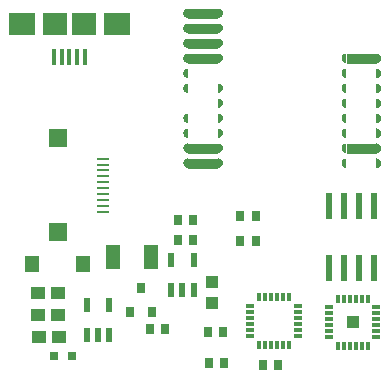
<source format=gtp>
G04 MADE WITH FRITZING*
G04 WWW.FRITZING.ORG*
G04 DOUBLE SIDED*
G04 HOLES PLATED*
G04 CONTOUR ON CENTER OF CONTOUR VECTOR*
%ASAXBY*%
%FSLAX23Y23*%
%MOIN*%
%OFA0B0*%
%SFA1.0B1.0*%
%ADD10R,0.024000X0.087000*%
%ADD11R,0.031496X0.011811*%
%ADD12R,0.011811X0.031496*%
%ADD13R,0.027559X0.035433*%
%ADD14R,0.021654X0.047244*%
%ADD15R,0.039370X0.043307*%
%ADD16R,0.031496X0.035433*%
%ADD17R,0.047244X0.078740*%
%ADD18R,0.050000X0.057874*%
%ADD19R,0.047244X0.043307*%
%ADD20R,0.031496X0.031496*%
%ADD21R,0.039370X0.039370*%
%ADD22R,0.015748X0.055118*%
%ADD23R,0.078740X0.074803*%
%ADD24R,0.086614X0.074803*%
%ADD25R,0.039370X0.009843*%
%ADD26R,0.059055X0.059055*%
%ADD27R,0.100000X0.032000*%
%ADD28R,0.001000X0.001000*%
%LNPASTEMASK1*%
G90*
G70*
G54D10*
X1225Y561D03*
X1175Y561D03*
X1125Y561D03*
X1075Y561D03*
X1075Y355D03*
X1125Y355D03*
X1175Y355D03*
X1225Y355D03*
G54D11*
X813Y228D03*
X813Y208D03*
X813Y189D03*
X813Y169D03*
X813Y149D03*
X813Y129D03*
G54D12*
X843Y100D03*
X862Y100D03*
X882Y100D03*
X902Y100D03*
X921Y100D03*
X941Y100D03*
G54D11*
X971Y129D03*
X971Y149D03*
X971Y169D03*
X971Y189D03*
X971Y208D03*
X971Y228D03*
G54D12*
X941Y257D03*
X921Y257D03*
X902Y257D03*
X882Y257D03*
X862Y257D03*
X843Y257D03*
G54D13*
X571Y515D03*
X622Y515D03*
X571Y450D03*
X622Y450D03*
X855Y33D03*
X906Y33D03*
X727Y40D03*
X675Y40D03*
G54D14*
X549Y281D03*
X586Y281D03*
X624Y281D03*
X624Y383D03*
X549Y383D03*
G54D15*
X686Y307D03*
X686Y240D03*
G54D16*
X411Y207D03*
X485Y207D03*
X448Y290D03*
G54D17*
X356Y391D03*
X482Y391D03*
G54D18*
X86Y369D03*
X255Y369D03*
G54D19*
X173Y199D03*
X106Y199D03*
X174Y125D03*
X108Y125D03*
G54D20*
X218Y62D03*
X159Y62D03*
G54D19*
X172Y271D03*
X105Y271D03*
G54D14*
X269Y131D03*
X306Y131D03*
X343Y131D03*
X343Y233D03*
X269Y233D03*
G54D13*
X478Y152D03*
X529Y152D03*
G54D11*
X1076Y224D03*
X1076Y204D03*
X1076Y184D03*
X1076Y165D03*
X1076Y145D03*
X1076Y125D03*
G54D12*
X1106Y96D03*
X1125Y96D03*
X1145Y96D03*
X1165Y96D03*
X1184Y96D03*
X1204Y96D03*
G54D11*
X1233Y125D03*
X1233Y145D03*
X1233Y165D03*
X1233Y184D03*
X1233Y204D03*
X1233Y224D03*
G54D12*
X1204Y253D03*
X1184Y253D03*
X1165Y253D03*
X1145Y253D03*
X1125Y253D03*
X1106Y253D03*
G54D21*
X1155Y175D03*
G54D13*
X723Y141D03*
X672Y141D03*
X831Y530D03*
X779Y530D03*
G54D22*
X210Y1058D03*
X236Y1058D03*
X261Y1058D03*
X185Y1058D03*
X159Y1058D03*
G54D23*
X259Y1170D03*
X161Y1170D03*
G54D24*
X368Y1170D03*
X53Y1170D03*
G54D25*
X323Y720D03*
X323Y700D03*
X323Y681D03*
X323Y661D03*
X323Y641D03*
X323Y622D03*
X323Y602D03*
X323Y582D03*
X323Y563D03*
X323Y543D03*
G54D26*
X171Y789D03*
X171Y474D03*
G54D27*
X1184Y753D03*
X1184Y1053D03*
X656Y1203D03*
X656Y1153D03*
X656Y1103D03*
X656Y1053D03*
X656Y753D03*
X656Y703D03*
G54D13*
X831Y445D03*
X780Y445D03*
G54D28*
X601Y1219D02*
X605Y1219D01*
X706Y1219D02*
X710Y1219D01*
X599Y1218D02*
X605Y1218D01*
X706Y1218D02*
X712Y1218D01*
X597Y1217D02*
X605Y1217D01*
X706Y1217D02*
X714Y1217D01*
X596Y1216D02*
X605Y1216D01*
X706Y1216D02*
X715Y1216D01*
X595Y1215D02*
X605Y1215D01*
X706Y1215D02*
X716Y1215D01*
X594Y1214D02*
X605Y1214D01*
X706Y1214D02*
X717Y1214D01*
X593Y1213D02*
X605Y1213D01*
X706Y1213D02*
X718Y1213D01*
X592Y1212D02*
X605Y1212D01*
X706Y1212D02*
X719Y1212D01*
X592Y1211D02*
X605Y1211D01*
X706Y1211D02*
X719Y1211D01*
X591Y1210D02*
X605Y1210D01*
X706Y1210D02*
X720Y1210D01*
X591Y1209D02*
X605Y1209D01*
X706Y1209D02*
X720Y1209D01*
X591Y1208D02*
X605Y1208D01*
X706Y1208D02*
X720Y1208D01*
X590Y1207D02*
X605Y1207D01*
X706Y1207D02*
X720Y1207D01*
X590Y1206D02*
X605Y1206D01*
X706Y1206D02*
X721Y1206D01*
X590Y1205D02*
X605Y1205D01*
X706Y1205D02*
X721Y1205D01*
X590Y1204D02*
X605Y1204D01*
X706Y1204D02*
X721Y1204D01*
X590Y1203D02*
X605Y1203D01*
X706Y1203D02*
X721Y1203D01*
X590Y1202D02*
X605Y1202D01*
X706Y1202D02*
X721Y1202D01*
X590Y1201D02*
X605Y1201D01*
X706Y1201D02*
X721Y1201D01*
X590Y1200D02*
X605Y1200D01*
X706Y1200D02*
X720Y1200D01*
X591Y1199D02*
X605Y1199D01*
X706Y1199D02*
X720Y1199D01*
X591Y1198D02*
X605Y1198D01*
X706Y1198D02*
X720Y1198D01*
X592Y1197D02*
X605Y1197D01*
X706Y1197D02*
X719Y1197D01*
X592Y1196D02*
X605Y1196D01*
X706Y1196D02*
X719Y1196D01*
X593Y1195D02*
X605Y1195D01*
X706Y1195D02*
X718Y1195D01*
X593Y1194D02*
X605Y1194D01*
X706Y1194D02*
X717Y1194D01*
X594Y1193D02*
X605Y1193D01*
X706Y1193D02*
X717Y1193D01*
X595Y1192D02*
X605Y1192D01*
X706Y1192D02*
X715Y1192D01*
X596Y1191D02*
X605Y1191D01*
X706Y1191D02*
X714Y1191D01*
X598Y1190D02*
X605Y1190D01*
X706Y1190D02*
X713Y1190D01*
X600Y1189D02*
X605Y1189D01*
X706Y1189D02*
X711Y1189D01*
X605Y1188D02*
X605Y1188D01*
X706Y1188D02*
X706Y1188D01*
X601Y1169D02*
X605Y1169D01*
X706Y1169D02*
X710Y1169D01*
X599Y1168D02*
X605Y1168D01*
X706Y1168D02*
X712Y1168D01*
X597Y1167D02*
X605Y1167D01*
X706Y1167D02*
X714Y1167D01*
X596Y1166D02*
X605Y1166D01*
X706Y1166D02*
X715Y1166D01*
X594Y1165D02*
X605Y1165D01*
X706Y1165D02*
X716Y1165D01*
X594Y1164D02*
X605Y1164D01*
X706Y1164D02*
X717Y1164D01*
X593Y1163D02*
X605Y1163D01*
X706Y1163D02*
X718Y1163D01*
X592Y1162D02*
X605Y1162D01*
X706Y1162D02*
X719Y1162D01*
X592Y1161D02*
X605Y1161D01*
X706Y1161D02*
X719Y1161D01*
X591Y1160D02*
X605Y1160D01*
X706Y1160D02*
X720Y1160D01*
X591Y1159D02*
X605Y1159D01*
X706Y1159D02*
X720Y1159D01*
X591Y1158D02*
X605Y1158D01*
X706Y1158D02*
X720Y1158D01*
X590Y1157D02*
X605Y1157D01*
X706Y1157D02*
X720Y1157D01*
X590Y1156D02*
X605Y1156D01*
X706Y1156D02*
X721Y1156D01*
X590Y1155D02*
X605Y1155D01*
X706Y1155D02*
X721Y1155D01*
X590Y1154D02*
X605Y1154D01*
X706Y1154D02*
X721Y1154D01*
X590Y1153D02*
X605Y1153D01*
X706Y1153D02*
X721Y1153D01*
X590Y1152D02*
X605Y1152D01*
X706Y1152D02*
X721Y1152D01*
X590Y1151D02*
X605Y1151D01*
X706Y1151D02*
X721Y1151D01*
X590Y1150D02*
X605Y1150D01*
X706Y1150D02*
X720Y1150D01*
X591Y1149D02*
X605Y1149D01*
X706Y1149D02*
X720Y1149D01*
X591Y1148D02*
X605Y1148D01*
X706Y1148D02*
X720Y1148D01*
X592Y1147D02*
X605Y1147D01*
X706Y1147D02*
X719Y1147D01*
X592Y1146D02*
X605Y1146D01*
X706Y1146D02*
X719Y1146D01*
X593Y1145D02*
X605Y1145D01*
X706Y1145D02*
X718Y1145D01*
X593Y1144D02*
X605Y1144D01*
X706Y1144D02*
X717Y1144D01*
X594Y1143D02*
X605Y1143D01*
X706Y1143D02*
X716Y1143D01*
X595Y1142D02*
X605Y1142D01*
X706Y1142D02*
X715Y1142D01*
X597Y1141D02*
X605Y1141D01*
X706Y1141D02*
X714Y1141D01*
X598Y1140D02*
X605Y1140D01*
X706Y1140D02*
X713Y1140D01*
X600Y1139D02*
X605Y1139D01*
X706Y1139D02*
X711Y1139D01*
X605Y1138D02*
X605Y1138D01*
X706Y1138D02*
X706Y1138D01*
X601Y1119D02*
X605Y1119D01*
X706Y1119D02*
X710Y1119D01*
X598Y1118D02*
X605Y1118D01*
X706Y1118D02*
X712Y1118D01*
X597Y1117D02*
X605Y1117D01*
X706Y1117D02*
X714Y1117D01*
X596Y1116D02*
X605Y1116D01*
X706Y1116D02*
X715Y1116D01*
X594Y1115D02*
X605Y1115D01*
X706Y1115D02*
X716Y1115D01*
X594Y1114D02*
X605Y1114D01*
X706Y1114D02*
X717Y1114D01*
X593Y1113D02*
X605Y1113D01*
X706Y1113D02*
X718Y1113D01*
X592Y1112D02*
X605Y1112D01*
X706Y1112D02*
X719Y1112D01*
X592Y1111D02*
X605Y1111D01*
X706Y1111D02*
X719Y1111D01*
X591Y1110D02*
X605Y1110D01*
X706Y1110D02*
X720Y1110D01*
X591Y1109D02*
X605Y1109D01*
X706Y1109D02*
X720Y1109D01*
X591Y1108D02*
X605Y1108D01*
X706Y1108D02*
X720Y1108D01*
X590Y1107D02*
X605Y1107D01*
X706Y1107D02*
X720Y1107D01*
X590Y1106D02*
X605Y1106D01*
X706Y1106D02*
X721Y1106D01*
X590Y1105D02*
X605Y1105D01*
X706Y1105D02*
X721Y1105D01*
X590Y1104D02*
X605Y1104D01*
X706Y1104D02*
X721Y1104D01*
X590Y1103D02*
X605Y1103D01*
X706Y1103D02*
X721Y1103D01*
X590Y1102D02*
X605Y1102D01*
X706Y1102D02*
X721Y1102D01*
X590Y1101D02*
X605Y1101D01*
X706Y1101D02*
X721Y1101D01*
X590Y1100D02*
X605Y1100D01*
X706Y1100D02*
X720Y1100D01*
X591Y1099D02*
X605Y1099D01*
X706Y1099D02*
X720Y1099D01*
X591Y1098D02*
X605Y1098D01*
X706Y1098D02*
X720Y1098D01*
X592Y1097D02*
X605Y1097D01*
X706Y1097D02*
X719Y1097D01*
X592Y1096D02*
X605Y1096D01*
X706Y1096D02*
X719Y1096D01*
X593Y1095D02*
X605Y1095D01*
X706Y1095D02*
X718Y1095D01*
X593Y1094D02*
X605Y1094D01*
X706Y1094D02*
X717Y1094D01*
X594Y1093D02*
X605Y1093D01*
X706Y1093D02*
X716Y1093D01*
X595Y1092D02*
X605Y1092D01*
X706Y1092D02*
X715Y1092D01*
X597Y1091D02*
X605Y1091D01*
X706Y1091D02*
X714Y1091D01*
X598Y1090D02*
X605Y1090D01*
X706Y1090D02*
X713Y1090D01*
X600Y1089D02*
X605Y1089D01*
X706Y1089D02*
X710Y1089D01*
X706Y1088D02*
X706Y1088D01*
X601Y1069D02*
X605Y1069D01*
X706Y1069D02*
X710Y1069D01*
X1128Y1069D02*
X1133Y1069D01*
X1233Y1069D02*
X1238Y1069D01*
X598Y1068D02*
X605Y1068D01*
X706Y1068D02*
X712Y1068D01*
X1126Y1068D02*
X1133Y1068D01*
X1233Y1068D02*
X1240Y1068D01*
X597Y1067D02*
X605Y1067D01*
X706Y1067D02*
X714Y1067D01*
X1124Y1067D02*
X1133Y1067D01*
X1233Y1067D02*
X1242Y1067D01*
X596Y1066D02*
X605Y1066D01*
X706Y1066D02*
X715Y1066D01*
X1123Y1066D02*
X1133Y1066D01*
X1233Y1066D02*
X1243Y1066D01*
X594Y1065D02*
X605Y1065D01*
X706Y1065D02*
X716Y1065D01*
X1122Y1065D02*
X1133Y1065D01*
X1233Y1065D02*
X1244Y1065D01*
X594Y1064D02*
X605Y1064D01*
X706Y1064D02*
X717Y1064D01*
X1121Y1064D02*
X1133Y1064D01*
X1233Y1064D02*
X1245Y1064D01*
X593Y1063D02*
X605Y1063D01*
X706Y1063D02*
X718Y1063D01*
X1120Y1063D02*
X1133Y1063D01*
X1233Y1063D02*
X1246Y1063D01*
X592Y1062D02*
X605Y1062D01*
X706Y1062D02*
X719Y1062D01*
X1120Y1062D02*
X1133Y1062D01*
X1233Y1062D02*
X1246Y1062D01*
X592Y1061D02*
X605Y1061D01*
X706Y1061D02*
X719Y1061D01*
X1119Y1061D02*
X1133Y1061D01*
X1233Y1061D02*
X1247Y1061D01*
X591Y1060D02*
X605Y1060D01*
X706Y1060D02*
X720Y1060D01*
X1119Y1060D02*
X1133Y1060D01*
X1233Y1060D02*
X1247Y1060D01*
X591Y1059D02*
X605Y1059D01*
X706Y1059D02*
X720Y1059D01*
X1118Y1059D02*
X1133Y1059D01*
X1233Y1059D02*
X1248Y1059D01*
X591Y1058D02*
X605Y1058D01*
X706Y1058D02*
X720Y1058D01*
X1118Y1058D02*
X1133Y1058D01*
X1233Y1058D02*
X1248Y1058D01*
X590Y1057D02*
X605Y1057D01*
X706Y1057D02*
X721Y1057D01*
X1118Y1057D02*
X1133Y1057D01*
X1233Y1057D02*
X1248Y1057D01*
X590Y1056D02*
X605Y1056D01*
X706Y1056D02*
X721Y1056D01*
X1118Y1056D02*
X1133Y1056D01*
X1233Y1056D02*
X1248Y1056D01*
X590Y1055D02*
X605Y1055D01*
X706Y1055D02*
X721Y1055D01*
X1118Y1055D02*
X1133Y1055D01*
X1233Y1055D02*
X1248Y1055D01*
X590Y1054D02*
X605Y1054D01*
X706Y1054D02*
X721Y1054D01*
X1118Y1054D02*
X1133Y1054D01*
X1233Y1054D02*
X1248Y1054D01*
X590Y1053D02*
X605Y1053D01*
X706Y1053D02*
X721Y1053D01*
X1118Y1053D02*
X1133Y1053D01*
X1233Y1053D02*
X1248Y1053D01*
X590Y1052D02*
X605Y1052D01*
X706Y1052D02*
X721Y1052D01*
X1118Y1052D02*
X1133Y1052D01*
X1233Y1052D02*
X1248Y1052D01*
X590Y1051D02*
X605Y1051D01*
X706Y1051D02*
X721Y1051D01*
X1118Y1051D02*
X1133Y1051D01*
X1233Y1051D02*
X1248Y1051D01*
X590Y1050D02*
X605Y1050D01*
X706Y1050D02*
X720Y1050D01*
X1118Y1050D02*
X1133Y1050D01*
X1233Y1050D02*
X1248Y1050D01*
X591Y1049D02*
X605Y1049D01*
X706Y1049D02*
X720Y1049D01*
X1118Y1049D02*
X1133Y1049D01*
X1233Y1049D02*
X1248Y1049D01*
X591Y1048D02*
X605Y1048D01*
X706Y1048D02*
X720Y1048D01*
X1119Y1048D02*
X1133Y1048D01*
X1233Y1048D02*
X1247Y1048D01*
X592Y1047D02*
X605Y1047D01*
X706Y1047D02*
X719Y1047D01*
X1119Y1047D02*
X1133Y1047D01*
X1233Y1047D02*
X1247Y1047D01*
X592Y1046D02*
X605Y1046D01*
X706Y1046D02*
X719Y1046D01*
X1120Y1046D02*
X1133Y1046D01*
X1233Y1046D02*
X1246Y1046D01*
X593Y1045D02*
X605Y1045D01*
X706Y1045D02*
X718Y1045D01*
X1120Y1045D02*
X1133Y1045D01*
X1233Y1045D02*
X1246Y1045D01*
X593Y1044D02*
X605Y1044D01*
X706Y1044D02*
X717Y1044D01*
X1121Y1044D02*
X1133Y1044D01*
X1233Y1044D02*
X1245Y1044D01*
X594Y1043D02*
X605Y1043D01*
X706Y1043D02*
X716Y1043D01*
X1122Y1043D02*
X1133Y1043D01*
X1233Y1043D02*
X1244Y1043D01*
X595Y1042D02*
X605Y1042D01*
X706Y1042D02*
X715Y1042D01*
X1123Y1042D02*
X1133Y1042D01*
X1233Y1042D02*
X1243Y1042D01*
X597Y1041D02*
X605Y1041D01*
X706Y1041D02*
X714Y1041D01*
X1124Y1041D02*
X1133Y1041D01*
X1233Y1041D02*
X1242Y1041D01*
X598Y1040D02*
X605Y1040D01*
X706Y1040D02*
X713Y1040D01*
X1126Y1040D02*
X1133Y1040D01*
X1233Y1040D02*
X1240Y1040D01*
X600Y1039D02*
X605Y1039D01*
X706Y1039D02*
X710Y1039D01*
X1128Y1039D02*
X1133Y1039D01*
X1233Y1039D02*
X1238Y1039D01*
X601Y1019D02*
X605Y1019D01*
X1128Y1019D02*
X1133Y1019D01*
X1233Y1019D02*
X1238Y1019D01*
X598Y1018D02*
X605Y1018D01*
X1126Y1018D02*
X1133Y1018D01*
X1233Y1018D02*
X1240Y1018D01*
X597Y1017D02*
X605Y1017D01*
X1124Y1017D02*
X1133Y1017D01*
X1233Y1017D02*
X1242Y1017D01*
X595Y1016D02*
X605Y1016D01*
X1123Y1016D02*
X1133Y1016D01*
X1233Y1016D02*
X1243Y1016D01*
X594Y1015D02*
X605Y1015D01*
X1122Y1015D02*
X1133Y1015D01*
X1233Y1015D02*
X1244Y1015D01*
X594Y1014D02*
X605Y1014D01*
X1121Y1014D02*
X1133Y1014D01*
X1233Y1014D02*
X1245Y1014D01*
X593Y1013D02*
X605Y1013D01*
X1120Y1013D02*
X1133Y1013D01*
X1233Y1013D02*
X1246Y1013D01*
X592Y1012D02*
X605Y1012D01*
X1120Y1012D02*
X1133Y1012D01*
X1233Y1012D02*
X1246Y1012D01*
X592Y1011D02*
X605Y1011D01*
X1119Y1011D02*
X1133Y1011D01*
X1233Y1011D02*
X1247Y1011D01*
X591Y1010D02*
X605Y1010D01*
X1119Y1010D02*
X1133Y1010D01*
X1233Y1010D02*
X1247Y1010D01*
X591Y1009D02*
X605Y1009D01*
X1118Y1009D02*
X1133Y1009D01*
X1233Y1009D02*
X1248Y1009D01*
X590Y1008D02*
X605Y1008D01*
X1118Y1008D02*
X1133Y1008D01*
X1233Y1008D02*
X1248Y1008D01*
X590Y1007D02*
X605Y1007D01*
X1118Y1007D02*
X1133Y1007D01*
X1233Y1007D02*
X1248Y1007D01*
X590Y1006D02*
X605Y1006D01*
X1118Y1006D02*
X1133Y1006D01*
X1233Y1006D02*
X1248Y1006D01*
X590Y1005D02*
X605Y1005D01*
X1118Y1005D02*
X1133Y1005D01*
X1233Y1005D02*
X1248Y1005D01*
X590Y1004D02*
X605Y1004D01*
X1118Y1004D02*
X1133Y1004D01*
X1233Y1004D02*
X1248Y1004D01*
X590Y1003D02*
X605Y1003D01*
X1118Y1003D02*
X1133Y1003D01*
X1233Y1003D02*
X1248Y1003D01*
X590Y1002D02*
X605Y1002D01*
X1118Y1002D02*
X1133Y1002D01*
X1233Y1002D02*
X1248Y1002D01*
X590Y1001D02*
X605Y1001D01*
X1118Y1001D02*
X1133Y1001D01*
X1233Y1001D02*
X1248Y1001D01*
X590Y1000D02*
X605Y1000D01*
X1118Y1000D02*
X1133Y1000D01*
X1233Y1000D02*
X1248Y1000D01*
X591Y999D02*
X605Y999D01*
X1118Y999D02*
X1133Y999D01*
X1233Y999D02*
X1248Y999D01*
X591Y998D02*
X605Y998D01*
X1119Y998D02*
X1133Y998D01*
X1233Y998D02*
X1247Y998D01*
X592Y997D02*
X605Y997D01*
X1119Y997D02*
X1133Y997D01*
X1233Y997D02*
X1247Y997D01*
X592Y996D02*
X605Y996D01*
X1120Y996D02*
X1133Y996D01*
X1233Y996D02*
X1246Y996D01*
X593Y995D02*
X605Y995D01*
X1120Y995D02*
X1133Y995D01*
X1233Y995D02*
X1246Y995D01*
X594Y994D02*
X605Y994D01*
X1121Y994D02*
X1133Y994D01*
X1233Y994D02*
X1245Y994D01*
X594Y993D02*
X605Y993D01*
X1122Y993D02*
X1133Y993D01*
X1233Y993D02*
X1244Y993D01*
X595Y992D02*
X605Y992D01*
X1123Y992D02*
X1133Y992D01*
X1233Y992D02*
X1243Y992D01*
X597Y991D02*
X605Y991D01*
X1124Y991D02*
X1133Y991D01*
X1233Y991D02*
X1242Y991D01*
X598Y990D02*
X605Y990D01*
X1126Y990D02*
X1133Y990D01*
X1233Y990D02*
X1240Y990D01*
X600Y989D02*
X605Y989D01*
X1128Y989D02*
X1133Y989D01*
X1233Y989D02*
X1238Y989D01*
X600Y969D02*
X605Y969D01*
X706Y969D02*
X710Y969D01*
X1128Y969D02*
X1133Y969D01*
X1233Y969D02*
X1238Y969D01*
X598Y968D02*
X605Y968D01*
X706Y968D02*
X712Y968D01*
X1126Y968D02*
X1133Y968D01*
X1233Y968D02*
X1240Y968D01*
X597Y967D02*
X605Y967D01*
X706Y967D02*
X714Y967D01*
X1124Y967D02*
X1133Y967D01*
X1233Y967D02*
X1242Y967D01*
X595Y966D02*
X605Y966D01*
X706Y966D02*
X715Y966D01*
X1123Y966D02*
X1133Y966D01*
X1233Y966D02*
X1243Y966D01*
X594Y965D02*
X605Y965D01*
X706Y965D02*
X716Y965D01*
X1122Y965D02*
X1133Y965D01*
X1233Y965D02*
X1244Y965D01*
X594Y964D02*
X605Y964D01*
X706Y964D02*
X717Y964D01*
X1121Y964D02*
X1133Y964D01*
X1233Y964D02*
X1245Y964D01*
X593Y963D02*
X605Y963D01*
X706Y963D02*
X718Y963D01*
X1120Y963D02*
X1133Y963D01*
X1233Y963D02*
X1246Y963D01*
X592Y962D02*
X605Y962D01*
X706Y962D02*
X719Y962D01*
X1120Y962D02*
X1133Y962D01*
X1233Y962D02*
X1246Y962D01*
X592Y961D02*
X605Y961D01*
X706Y961D02*
X719Y961D01*
X1119Y961D02*
X1133Y961D01*
X1233Y961D02*
X1247Y961D01*
X591Y960D02*
X605Y960D01*
X706Y960D02*
X720Y960D01*
X1119Y960D02*
X1133Y960D01*
X1233Y960D02*
X1247Y960D01*
X591Y959D02*
X605Y959D01*
X706Y959D02*
X720Y959D01*
X1118Y959D02*
X1133Y959D01*
X1233Y959D02*
X1248Y959D01*
X590Y958D02*
X605Y958D01*
X706Y958D02*
X720Y958D01*
X1118Y958D02*
X1133Y958D01*
X1233Y958D02*
X1248Y958D01*
X590Y957D02*
X605Y957D01*
X706Y957D02*
X721Y957D01*
X1118Y957D02*
X1133Y957D01*
X1233Y957D02*
X1248Y957D01*
X590Y956D02*
X605Y956D01*
X706Y956D02*
X721Y956D01*
X1118Y956D02*
X1133Y956D01*
X1233Y956D02*
X1248Y956D01*
X590Y955D02*
X605Y955D01*
X706Y955D02*
X721Y955D01*
X1118Y955D02*
X1133Y955D01*
X1233Y955D02*
X1248Y955D01*
X590Y954D02*
X605Y954D01*
X706Y954D02*
X721Y954D01*
X1118Y954D02*
X1133Y954D01*
X1233Y954D02*
X1248Y954D01*
X590Y953D02*
X605Y953D01*
X706Y953D02*
X721Y953D01*
X1118Y953D02*
X1133Y953D01*
X1233Y953D02*
X1248Y953D01*
X590Y952D02*
X605Y952D01*
X706Y952D02*
X721Y952D01*
X1118Y952D02*
X1133Y952D01*
X1233Y952D02*
X1248Y952D01*
X590Y951D02*
X605Y951D01*
X706Y951D02*
X721Y951D01*
X1118Y951D02*
X1133Y951D01*
X1233Y951D02*
X1248Y951D01*
X590Y950D02*
X605Y950D01*
X706Y950D02*
X720Y950D01*
X1118Y950D02*
X1133Y950D01*
X1233Y950D02*
X1248Y950D01*
X591Y949D02*
X605Y949D01*
X706Y949D02*
X720Y949D01*
X1118Y949D02*
X1133Y949D01*
X1233Y949D02*
X1248Y949D01*
X591Y948D02*
X605Y948D01*
X706Y948D02*
X720Y948D01*
X1119Y948D02*
X1133Y948D01*
X1233Y948D02*
X1247Y948D01*
X592Y947D02*
X605Y947D01*
X706Y947D02*
X719Y947D01*
X1119Y947D02*
X1133Y947D01*
X1233Y947D02*
X1247Y947D01*
X592Y946D02*
X605Y946D01*
X706Y946D02*
X719Y946D01*
X1120Y946D02*
X1133Y946D01*
X1233Y946D02*
X1246Y946D01*
X593Y945D02*
X605Y945D01*
X706Y945D02*
X718Y945D01*
X1120Y945D02*
X1133Y945D01*
X1233Y945D02*
X1246Y945D01*
X594Y944D02*
X605Y944D01*
X706Y944D02*
X717Y944D01*
X1121Y944D02*
X1133Y944D01*
X1233Y944D02*
X1245Y944D01*
X594Y943D02*
X605Y943D01*
X706Y943D02*
X716Y943D01*
X1122Y943D02*
X1133Y943D01*
X1233Y943D02*
X1244Y943D01*
X595Y942D02*
X605Y942D01*
X706Y942D02*
X715Y942D01*
X1123Y942D02*
X1133Y942D01*
X1233Y942D02*
X1243Y942D01*
X597Y941D02*
X605Y941D01*
X706Y941D02*
X714Y941D01*
X1124Y941D02*
X1133Y941D01*
X1233Y941D02*
X1242Y941D01*
X598Y940D02*
X605Y940D01*
X706Y940D02*
X712Y940D01*
X1126Y940D02*
X1133Y940D01*
X1233Y940D02*
X1240Y940D01*
X601Y939D02*
X605Y939D01*
X706Y939D02*
X710Y939D01*
X1128Y939D02*
X1133Y939D01*
X1233Y939D02*
X1238Y939D01*
X706Y919D02*
X710Y919D01*
X1128Y919D02*
X1133Y919D01*
X1233Y919D02*
X1238Y919D01*
X706Y918D02*
X713Y918D01*
X1126Y918D02*
X1133Y918D01*
X1233Y918D02*
X1240Y918D01*
X706Y917D02*
X714Y917D01*
X1124Y917D02*
X1133Y917D01*
X1233Y917D02*
X1242Y917D01*
X706Y916D02*
X715Y916D01*
X1123Y916D02*
X1133Y916D01*
X1233Y916D02*
X1243Y916D01*
X706Y915D02*
X716Y915D01*
X1122Y915D02*
X1133Y915D01*
X1233Y915D02*
X1244Y915D01*
X706Y914D02*
X717Y914D01*
X1121Y914D02*
X1133Y914D01*
X1233Y914D02*
X1245Y914D01*
X706Y913D02*
X718Y913D01*
X1120Y913D02*
X1133Y913D01*
X1233Y913D02*
X1246Y913D01*
X706Y912D02*
X719Y912D01*
X1120Y912D02*
X1133Y912D01*
X1233Y912D02*
X1246Y912D01*
X706Y911D02*
X719Y911D01*
X1119Y911D02*
X1133Y911D01*
X1233Y911D02*
X1247Y911D01*
X706Y910D02*
X720Y910D01*
X1119Y910D02*
X1133Y910D01*
X1233Y910D02*
X1247Y910D01*
X706Y909D02*
X720Y909D01*
X1118Y909D02*
X1133Y909D01*
X1233Y909D02*
X1248Y909D01*
X706Y908D02*
X720Y908D01*
X1118Y908D02*
X1133Y908D01*
X1233Y908D02*
X1248Y908D01*
X706Y907D02*
X721Y907D01*
X1118Y907D02*
X1133Y907D01*
X1233Y907D02*
X1248Y907D01*
X706Y906D02*
X721Y906D01*
X1118Y906D02*
X1133Y906D01*
X1233Y906D02*
X1248Y906D01*
X706Y905D02*
X721Y905D01*
X1118Y905D02*
X1133Y905D01*
X1233Y905D02*
X1248Y905D01*
X706Y904D02*
X721Y904D01*
X1118Y904D02*
X1133Y904D01*
X1233Y904D02*
X1248Y904D01*
X706Y903D02*
X721Y903D01*
X1118Y903D02*
X1133Y903D01*
X1233Y903D02*
X1248Y903D01*
X706Y902D02*
X721Y902D01*
X1118Y902D02*
X1133Y902D01*
X1233Y902D02*
X1248Y902D01*
X706Y901D02*
X721Y901D01*
X1118Y901D02*
X1133Y901D01*
X1233Y901D02*
X1248Y901D01*
X706Y900D02*
X720Y900D01*
X1118Y900D02*
X1133Y900D01*
X1233Y900D02*
X1248Y900D01*
X706Y899D02*
X720Y899D01*
X1118Y899D02*
X1133Y899D01*
X1233Y899D02*
X1248Y899D01*
X706Y898D02*
X720Y898D01*
X1119Y898D02*
X1133Y898D01*
X1233Y898D02*
X1247Y898D01*
X706Y897D02*
X719Y897D01*
X1119Y897D02*
X1133Y897D01*
X1233Y897D02*
X1247Y897D01*
X706Y896D02*
X719Y896D01*
X1120Y896D02*
X1133Y896D01*
X1233Y896D02*
X1246Y896D01*
X706Y895D02*
X718Y895D01*
X1120Y895D02*
X1133Y895D01*
X1233Y895D02*
X1246Y895D01*
X706Y894D02*
X717Y894D01*
X1121Y894D02*
X1133Y894D01*
X1233Y894D02*
X1245Y894D01*
X706Y893D02*
X716Y893D01*
X1122Y893D02*
X1133Y893D01*
X1233Y893D02*
X1244Y893D01*
X706Y892D02*
X715Y892D01*
X1123Y892D02*
X1133Y892D01*
X1233Y892D02*
X1243Y892D01*
X706Y891D02*
X714Y891D01*
X1124Y891D02*
X1133Y891D01*
X1233Y891D02*
X1242Y891D01*
X706Y890D02*
X712Y890D01*
X1126Y890D02*
X1133Y890D01*
X1233Y890D02*
X1240Y890D01*
X706Y889D02*
X710Y889D01*
X1128Y889D02*
X1133Y889D01*
X1233Y889D02*
X1238Y889D01*
X706Y870D02*
X706Y870D01*
X600Y869D02*
X605Y869D01*
X706Y869D02*
X710Y869D01*
X1128Y869D02*
X1133Y869D01*
X1233Y869D02*
X1238Y869D01*
X598Y868D02*
X605Y868D01*
X706Y868D02*
X713Y868D01*
X1126Y868D02*
X1133Y868D01*
X1233Y868D02*
X1240Y868D01*
X597Y867D02*
X605Y867D01*
X706Y867D02*
X714Y867D01*
X1124Y867D02*
X1133Y867D01*
X1233Y867D02*
X1242Y867D01*
X595Y866D02*
X605Y866D01*
X706Y866D02*
X715Y866D01*
X1123Y866D02*
X1133Y866D01*
X1233Y866D02*
X1243Y866D01*
X594Y865D02*
X605Y865D01*
X706Y865D02*
X716Y865D01*
X1122Y865D02*
X1133Y865D01*
X1233Y865D02*
X1244Y865D01*
X593Y864D02*
X605Y864D01*
X706Y864D02*
X717Y864D01*
X1121Y864D02*
X1133Y864D01*
X1233Y864D02*
X1245Y864D01*
X593Y863D02*
X605Y863D01*
X706Y863D02*
X718Y863D01*
X1120Y863D02*
X1133Y863D01*
X1233Y863D02*
X1246Y863D01*
X592Y862D02*
X605Y862D01*
X706Y862D02*
X719Y862D01*
X1120Y862D02*
X1133Y862D01*
X1233Y862D02*
X1246Y862D01*
X592Y861D02*
X605Y861D01*
X706Y861D02*
X719Y861D01*
X1119Y861D02*
X1133Y861D01*
X1233Y861D02*
X1247Y861D01*
X591Y860D02*
X605Y860D01*
X706Y860D02*
X720Y860D01*
X1119Y860D02*
X1133Y860D01*
X1233Y860D02*
X1247Y860D01*
X591Y859D02*
X605Y859D01*
X706Y859D02*
X720Y859D01*
X1118Y859D02*
X1133Y859D01*
X1233Y859D02*
X1248Y859D01*
X590Y858D02*
X605Y858D01*
X706Y858D02*
X720Y858D01*
X1118Y858D02*
X1133Y858D01*
X1233Y858D02*
X1248Y858D01*
X590Y857D02*
X605Y857D01*
X706Y857D02*
X721Y857D01*
X1118Y857D02*
X1133Y857D01*
X1233Y857D02*
X1248Y857D01*
X590Y856D02*
X605Y856D01*
X706Y856D02*
X721Y856D01*
X1118Y856D02*
X1133Y856D01*
X1233Y856D02*
X1248Y856D01*
X590Y855D02*
X605Y855D01*
X706Y855D02*
X721Y855D01*
X1118Y855D02*
X1133Y855D01*
X1233Y855D02*
X1248Y855D01*
X590Y854D02*
X605Y854D01*
X706Y854D02*
X721Y854D01*
X1118Y854D02*
X1133Y854D01*
X1233Y854D02*
X1248Y854D01*
X590Y853D02*
X605Y853D01*
X706Y853D02*
X721Y853D01*
X1118Y853D02*
X1133Y853D01*
X1233Y853D02*
X1248Y853D01*
X590Y852D02*
X605Y852D01*
X706Y852D02*
X721Y852D01*
X1118Y852D02*
X1133Y852D01*
X1233Y852D02*
X1248Y852D01*
X590Y851D02*
X605Y851D01*
X706Y851D02*
X720Y851D01*
X1118Y851D02*
X1133Y851D01*
X1233Y851D02*
X1248Y851D01*
X591Y850D02*
X605Y850D01*
X706Y850D02*
X720Y850D01*
X1118Y850D02*
X1133Y850D01*
X1233Y850D02*
X1248Y850D01*
X591Y849D02*
X605Y849D01*
X706Y849D02*
X720Y849D01*
X1118Y849D02*
X1133Y849D01*
X1233Y849D02*
X1248Y849D01*
X591Y848D02*
X605Y848D01*
X706Y848D02*
X720Y848D01*
X1119Y848D02*
X1133Y848D01*
X1233Y848D02*
X1247Y848D01*
X592Y847D02*
X605Y847D01*
X706Y847D02*
X719Y847D01*
X1119Y847D02*
X1133Y847D01*
X1233Y847D02*
X1247Y847D01*
X592Y846D02*
X605Y846D01*
X706Y846D02*
X719Y846D01*
X1120Y846D02*
X1133Y846D01*
X1233Y846D02*
X1246Y846D01*
X593Y845D02*
X605Y845D01*
X706Y845D02*
X718Y845D01*
X1120Y845D02*
X1133Y845D01*
X1233Y845D02*
X1246Y845D01*
X594Y844D02*
X605Y844D01*
X706Y844D02*
X717Y844D01*
X1121Y844D02*
X1133Y844D01*
X1233Y844D02*
X1245Y844D01*
X594Y843D02*
X605Y843D01*
X706Y843D02*
X716Y843D01*
X1122Y843D02*
X1133Y843D01*
X1233Y843D02*
X1244Y843D01*
X596Y842D02*
X605Y842D01*
X706Y842D02*
X715Y842D01*
X1123Y842D02*
X1133Y842D01*
X1233Y842D02*
X1243Y842D01*
X597Y841D02*
X605Y841D01*
X706Y841D02*
X714Y841D01*
X1124Y841D02*
X1133Y841D01*
X1233Y841D02*
X1242Y841D01*
X598Y840D02*
X605Y840D01*
X706Y840D02*
X712Y840D01*
X1126Y840D02*
X1133Y840D01*
X1233Y840D02*
X1240Y840D01*
X601Y839D02*
X605Y839D01*
X706Y839D02*
X710Y839D01*
X1128Y839D02*
X1133Y839D01*
X1233Y839D02*
X1238Y839D01*
X605Y820D02*
X605Y820D01*
X706Y820D02*
X706Y820D01*
X1132Y820D02*
X1132Y820D01*
X1234Y820D02*
X1234Y820D01*
X600Y819D02*
X605Y819D01*
X706Y819D02*
X711Y819D01*
X1128Y819D02*
X1133Y819D01*
X1233Y819D02*
X1238Y819D01*
X598Y818D02*
X605Y818D01*
X706Y818D02*
X713Y818D01*
X1126Y818D02*
X1133Y818D01*
X1233Y818D02*
X1240Y818D01*
X597Y817D02*
X605Y817D01*
X706Y817D02*
X714Y817D01*
X1124Y817D02*
X1133Y817D01*
X1233Y817D02*
X1242Y817D01*
X595Y816D02*
X605Y816D01*
X706Y816D02*
X715Y816D01*
X1123Y816D02*
X1133Y816D01*
X1233Y816D02*
X1243Y816D01*
X594Y815D02*
X605Y815D01*
X706Y815D02*
X716Y815D01*
X1122Y815D02*
X1133Y815D01*
X1233Y815D02*
X1244Y815D01*
X593Y814D02*
X605Y814D01*
X706Y814D02*
X717Y814D01*
X1121Y814D02*
X1133Y814D01*
X1233Y814D02*
X1245Y814D01*
X593Y813D02*
X605Y813D01*
X706Y813D02*
X718Y813D01*
X1120Y813D02*
X1133Y813D01*
X1233Y813D02*
X1246Y813D01*
X592Y812D02*
X605Y812D01*
X706Y812D02*
X719Y812D01*
X1120Y812D02*
X1133Y812D01*
X1233Y812D02*
X1246Y812D01*
X592Y811D02*
X605Y811D01*
X706Y811D02*
X719Y811D01*
X1119Y811D02*
X1133Y811D01*
X1233Y811D02*
X1247Y811D01*
X591Y810D02*
X605Y810D01*
X706Y810D02*
X720Y810D01*
X1119Y810D02*
X1133Y810D01*
X1233Y810D02*
X1247Y810D01*
X591Y809D02*
X605Y809D01*
X706Y809D02*
X720Y809D01*
X1118Y809D02*
X1133Y809D01*
X1233Y809D02*
X1248Y809D01*
X590Y808D02*
X605Y808D01*
X706Y808D02*
X720Y808D01*
X1118Y808D02*
X1133Y808D01*
X1233Y808D02*
X1248Y808D01*
X590Y807D02*
X605Y807D01*
X706Y807D02*
X721Y807D01*
X1118Y807D02*
X1133Y807D01*
X1233Y807D02*
X1248Y807D01*
X590Y806D02*
X605Y806D01*
X706Y806D02*
X721Y806D01*
X1118Y806D02*
X1133Y806D01*
X1233Y806D02*
X1248Y806D01*
X590Y805D02*
X605Y805D01*
X706Y805D02*
X721Y805D01*
X1118Y805D02*
X1133Y805D01*
X1233Y805D02*
X1248Y805D01*
X590Y804D02*
X605Y804D01*
X706Y804D02*
X721Y804D01*
X1118Y804D02*
X1133Y804D01*
X1233Y804D02*
X1248Y804D01*
X590Y803D02*
X605Y803D01*
X706Y803D02*
X721Y803D01*
X1118Y803D02*
X1133Y803D01*
X1233Y803D02*
X1248Y803D01*
X590Y802D02*
X605Y802D01*
X706Y802D02*
X721Y802D01*
X1118Y802D02*
X1133Y802D01*
X1233Y802D02*
X1248Y802D01*
X590Y801D02*
X605Y801D01*
X706Y801D02*
X720Y801D01*
X1118Y801D02*
X1133Y801D01*
X1233Y801D02*
X1248Y801D01*
X591Y800D02*
X605Y800D01*
X706Y800D02*
X720Y800D01*
X1118Y800D02*
X1133Y800D01*
X1233Y800D02*
X1248Y800D01*
X591Y799D02*
X605Y799D01*
X706Y799D02*
X720Y799D01*
X1118Y799D02*
X1133Y799D01*
X1233Y799D02*
X1248Y799D01*
X591Y798D02*
X605Y798D01*
X706Y798D02*
X720Y798D01*
X1119Y798D02*
X1133Y798D01*
X1233Y798D02*
X1247Y798D01*
X592Y797D02*
X605Y797D01*
X706Y797D02*
X719Y797D01*
X1119Y797D02*
X1133Y797D01*
X1233Y797D02*
X1247Y797D01*
X592Y796D02*
X605Y796D01*
X706Y796D02*
X719Y796D01*
X1120Y796D02*
X1133Y796D01*
X1233Y796D02*
X1246Y796D01*
X593Y795D02*
X605Y795D01*
X706Y795D02*
X718Y795D01*
X1120Y795D02*
X1133Y795D01*
X1233Y795D02*
X1246Y795D01*
X594Y794D02*
X605Y794D01*
X706Y794D02*
X717Y794D01*
X1121Y794D02*
X1133Y794D01*
X1233Y794D02*
X1245Y794D01*
X594Y793D02*
X605Y793D01*
X706Y793D02*
X716Y793D01*
X1122Y793D02*
X1133Y793D01*
X1233Y793D02*
X1244Y793D01*
X596Y792D02*
X605Y792D01*
X706Y792D02*
X715Y792D01*
X1123Y792D02*
X1133Y792D01*
X1233Y792D02*
X1243Y792D01*
X597Y791D02*
X605Y791D01*
X706Y791D02*
X714Y791D01*
X1124Y791D02*
X1133Y791D01*
X1233Y791D02*
X1242Y791D01*
X599Y790D02*
X605Y790D01*
X706Y790D02*
X712Y790D01*
X1126Y790D02*
X1133Y790D01*
X1233Y790D02*
X1240Y790D01*
X601Y789D02*
X605Y789D01*
X706Y789D02*
X710Y789D01*
X1129Y789D02*
X1133Y789D01*
X1233Y789D02*
X1237Y789D01*
X604Y770D02*
X605Y770D01*
X706Y770D02*
X706Y770D01*
X1132Y770D02*
X1132Y770D01*
X1234Y770D02*
X1234Y770D01*
X600Y769D02*
X605Y769D01*
X706Y769D02*
X711Y769D01*
X1128Y769D02*
X1133Y769D01*
X1233Y769D02*
X1238Y769D01*
X598Y768D02*
X605Y768D01*
X706Y768D02*
X713Y768D01*
X1126Y768D02*
X1133Y768D01*
X1233Y768D02*
X1240Y768D01*
X596Y767D02*
X605Y767D01*
X706Y767D02*
X714Y767D01*
X1124Y767D02*
X1133Y767D01*
X1233Y767D02*
X1242Y767D01*
X595Y766D02*
X605Y766D01*
X706Y766D02*
X715Y766D01*
X1123Y766D02*
X1133Y766D01*
X1233Y766D02*
X1243Y766D01*
X594Y765D02*
X605Y765D01*
X706Y765D02*
X717Y765D01*
X1122Y765D02*
X1133Y765D01*
X1233Y765D02*
X1244Y765D01*
X593Y764D02*
X605Y764D01*
X706Y764D02*
X717Y764D01*
X1121Y764D02*
X1133Y764D01*
X1233Y764D02*
X1245Y764D01*
X593Y763D02*
X605Y763D01*
X706Y763D02*
X718Y763D01*
X1120Y763D02*
X1133Y763D01*
X1233Y763D02*
X1246Y763D01*
X592Y762D02*
X605Y762D01*
X706Y762D02*
X719Y762D01*
X1120Y762D02*
X1133Y762D01*
X1233Y762D02*
X1246Y762D01*
X592Y761D02*
X605Y761D01*
X706Y761D02*
X719Y761D01*
X1119Y761D02*
X1133Y761D01*
X1233Y761D02*
X1247Y761D01*
X591Y760D02*
X605Y760D01*
X706Y760D02*
X720Y760D01*
X1119Y760D02*
X1133Y760D01*
X1233Y760D02*
X1247Y760D01*
X591Y759D02*
X605Y759D01*
X706Y759D02*
X720Y759D01*
X1118Y759D02*
X1133Y759D01*
X1233Y759D02*
X1248Y759D01*
X590Y758D02*
X605Y758D01*
X706Y758D02*
X720Y758D01*
X1118Y758D02*
X1133Y758D01*
X1233Y758D02*
X1248Y758D01*
X590Y757D02*
X605Y757D01*
X706Y757D02*
X721Y757D01*
X1118Y757D02*
X1133Y757D01*
X1233Y757D02*
X1248Y757D01*
X590Y756D02*
X605Y756D01*
X706Y756D02*
X721Y756D01*
X1118Y756D02*
X1133Y756D01*
X1233Y756D02*
X1248Y756D01*
X590Y755D02*
X605Y755D01*
X706Y755D02*
X721Y755D01*
X1118Y755D02*
X1133Y755D01*
X1233Y755D02*
X1248Y755D01*
X590Y754D02*
X605Y754D01*
X706Y754D02*
X721Y754D01*
X1118Y754D02*
X1133Y754D01*
X1233Y754D02*
X1248Y754D01*
X590Y753D02*
X605Y753D01*
X706Y753D02*
X721Y753D01*
X1118Y753D02*
X1133Y753D01*
X1233Y753D02*
X1248Y753D01*
X590Y752D02*
X605Y752D01*
X706Y752D02*
X721Y752D01*
X1118Y752D02*
X1133Y752D01*
X1233Y752D02*
X1248Y752D01*
X590Y751D02*
X605Y751D01*
X706Y751D02*
X720Y751D01*
X1118Y751D02*
X1133Y751D01*
X1233Y751D02*
X1248Y751D01*
X591Y750D02*
X605Y750D01*
X706Y750D02*
X720Y750D01*
X1118Y750D02*
X1133Y750D01*
X1233Y750D02*
X1248Y750D01*
X591Y749D02*
X605Y749D01*
X706Y749D02*
X720Y749D01*
X1118Y749D02*
X1133Y749D01*
X1233Y749D02*
X1248Y749D01*
X591Y748D02*
X605Y748D01*
X706Y748D02*
X720Y748D01*
X1119Y748D02*
X1133Y748D01*
X1233Y748D02*
X1247Y748D01*
X592Y747D02*
X605Y747D01*
X706Y747D02*
X719Y747D01*
X1119Y747D02*
X1133Y747D01*
X1233Y747D02*
X1247Y747D01*
X592Y746D02*
X605Y746D01*
X706Y746D02*
X719Y746D01*
X1120Y746D02*
X1133Y746D01*
X1233Y746D02*
X1246Y746D01*
X593Y745D02*
X605Y745D01*
X706Y745D02*
X718Y745D01*
X1120Y745D02*
X1133Y745D01*
X1233Y745D02*
X1246Y745D01*
X594Y744D02*
X605Y744D01*
X706Y744D02*
X717Y744D01*
X1121Y744D02*
X1133Y744D01*
X1233Y744D02*
X1245Y744D01*
X595Y743D02*
X605Y743D01*
X706Y743D02*
X716Y743D01*
X1122Y743D02*
X1133Y743D01*
X1233Y743D02*
X1244Y743D01*
X596Y742D02*
X605Y742D01*
X706Y742D02*
X715Y742D01*
X1123Y742D02*
X1133Y742D01*
X1233Y742D02*
X1243Y742D01*
X597Y741D02*
X605Y741D01*
X706Y741D02*
X714Y741D01*
X1125Y741D02*
X1133Y741D01*
X1233Y741D02*
X1242Y741D01*
X599Y740D02*
X605Y740D01*
X706Y740D02*
X712Y740D01*
X1126Y740D02*
X1133Y740D01*
X1233Y740D02*
X1240Y740D01*
X601Y739D02*
X605Y739D01*
X706Y739D02*
X710Y739D01*
X1129Y739D02*
X1133Y739D01*
X1233Y739D02*
X1237Y739D01*
X604Y720D02*
X605Y720D01*
X706Y720D02*
X707Y720D01*
X1132Y720D02*
X1132Y720D01*
X1234Y720D02*
X1234Y720D01*
X600Y719D02*
X605Y719D01*
X706Y719D02*
X711Y719D01*
X1128Y719D02*
X1133Y719D01*
X1233Y719D02*
X1238Y719D01*
X598Y718D02*
X605Y718D01*
X706Y718D02*
X713Y718D01*
X1126Y718D02*
X1133Y718D01*
X1233Y718D02*
X1240Y718D01*
X596Y717D02*
X605Y717D01*
X706Y717D02*
X714Y717D01*
X1124Y717D02*
X1133Y717D01*
X1233Y717D02*
X1242Y717D01*
X595Y716D02*
X605Y716D01*
X706Y716D02*
X716Y716D01*
X1123Y716D02*
X1133Y716D01*
X1233Y716D02*
X1243Y716D01*
X594Y715D02*
X605Y715D01*
X706Y715D02*
X717Y715D01*
X1122Y715D02*
X1133Y715D01*
X1233Y715D02*
X1244Y715D01*
X593Y714D02*
X605Y714D01*
X706Y714D02*
X717Y714D01*
X1121Y714D02*
X1133Y714D01*
X1233Y714D02*
X1245Y714D01*
X593Y713D02*
X605Y713D01*
X706Y713D02*
X718Y713D01*
X1120Y713D02*
X1133Y713D01*
X1233Y713D02*
X1246Y713D01*
X592Y712D02*
X605Y712D01*
X706Y712D02*
X719Y712D01*
X1120Y712D02*
X1133Y712D01*
X1233Y712D02*
X1246Y712D01*
X591Y711D02*
X605Y711D01*
X706Y711D02*
X719Y711D01*
X1119Y711D02*
X1133Y711D01*
X1233Y711D02*
X1247Y711D01*
X591Y710D02*
X605Y710D01*
X706Y710D02*
X720Y710D01*
X1119Y710D02*
X1133Y710D01*
X1233Y710D02*
X1247Y710D01*
X591Y709D02*
X605Y709D01*
X706Y709D02*
X720Y709D01*
X1118Y709D02*
X1133Y709D01*
X1233Y709D02*
X1248Y709D01*
X590Y708D02*
X605Y708D01*
X706Y708D02*
X720Y708D01*
X1118Y708D02*
X1133Y708D01*
X1233Y708D02*
X1248Y708D01*
X590Y707D02*
X605Y707D01*
X706Y707D02*
X721Y707D01*
X1118Y707D02*
X1133Y707D01*
X1233Y707D02*
X1248Y707D01*
X590Y706D02*
X605Y706D01*
X706Y706D02*
X721Y706D01*
X1118Y706D02*
X1133Y706D01*
X1233Y706D02*
X1248Y706D01*
X590Y705D02*
X605Y705D01*
X706Y705D02*
X721Y705D01*
X1118Y705D02*
X1133Y705D01*
X1233Y705D02*
X1248Y705D01*
X590Y704D02*
X605Y704D01*
X706Y704D02*
X721Y704D01*
X1118Y704D02*
X1133Y704D01*
X1233Y704D02*
X1248Y704D01*
X590Y703D02*
X605Y703D01*
X706Y703D02*
X721Y703D01*
X1118Y703D02*
X1133Y703D01*
X1233Y703D02*
X1248Y703D01*
X590Y702D02*
X605Y702D01*
X706Y702D02*
X721Y702D01*
X1118Y702D02*
X1133Y702D01*
X1233Y702D02*
X1248Y702D01*
X590Y701D02*
X605Y701D01*
X706Y701D02*
X720Y701D01*
X1118Y701D02*
X1133Y701D01*
X1233Y701D02*
X1248Y701D01*
X591Y700D02*
X605Y700D01*
X706Y700D02*
X720Y700D01*
X1118Y700D02*
X1133Y700D01*
X1233Y700D02*
X1248Y700D01*
X591Y699D02*
X605Y699D01*
X706Y699D02*
X720Y699D01*
X1118Y699D02*
X1133Y699D01*
X1233Y699D02*
X1248Y699D01*
X591Y698D02*
X605Y698D01*
X706Y698D02*
X720Y698D01*
X1119Y698D02*
X1133Y698D01*
X1233Y698D02*
X1247Y698D01*
X592Y697D02*
X605Y697D01*
X706Y697D02*
X719Y697D01*
X1119Y697D02*
X1133Y697D01*
X1233Y697D02*
X1247Y697D01*
X592Y696D02*
X605Y696D01*
X706Y696D02*
X719Y696D01*
X1120Y696D02*
X1133Y696D01*
X1233Y696D02*
X1246Y696D01*
X593Y695D02*
X605Y695D01*
X706Y695D02*
X718Y695D01*
X1120Y695D02*
X1133Y695D01*
X1233Y695D02*
X1246Y695D01*
X594Y694D02*
X605Y694D01*
X706Y694D02*
X717Y694D01*
X1121Y694D02*
X1133Y694D01*
X1233Y694D02*
X1245Y694D01*
X595Y693D02*
X605Y693D01*
X706Y693D02*
X716Y693D01*
X1122Y693D02*
X1133Y693D01*
X1233Y693D02*
X1244Y693D01*
X596Y692D02*
X605Y692D01*
X706Y692D02*
X715Y692D01*
X1123Y692D02*
X1133Y692D01*
X1233Y692D02*
X1243Y692D01*
X597Y691D02*
X605Y691D01*
X706Y691D02*
X714Y691D01*
X1125Y691D02*
X1133Y691D01*
X1233Y691D02*
X1241Y691D01*
X599Y690D02*
X605Y690D01*
X706Y690D02*
X712Y690D01*
X1126Y690D02*
X1133Y690D01*
X1233Y690D02*
X1240Y690D01*
X601Y689D02*
X605Y689D01*
X706Y689D02*
X710Y689D01*
X1129Y689D02*
X1133Y689D01*
X1233Y689D02*
X1237Y689D01*
D02*
G04 End of PasteMask1*
M02*
</source>
